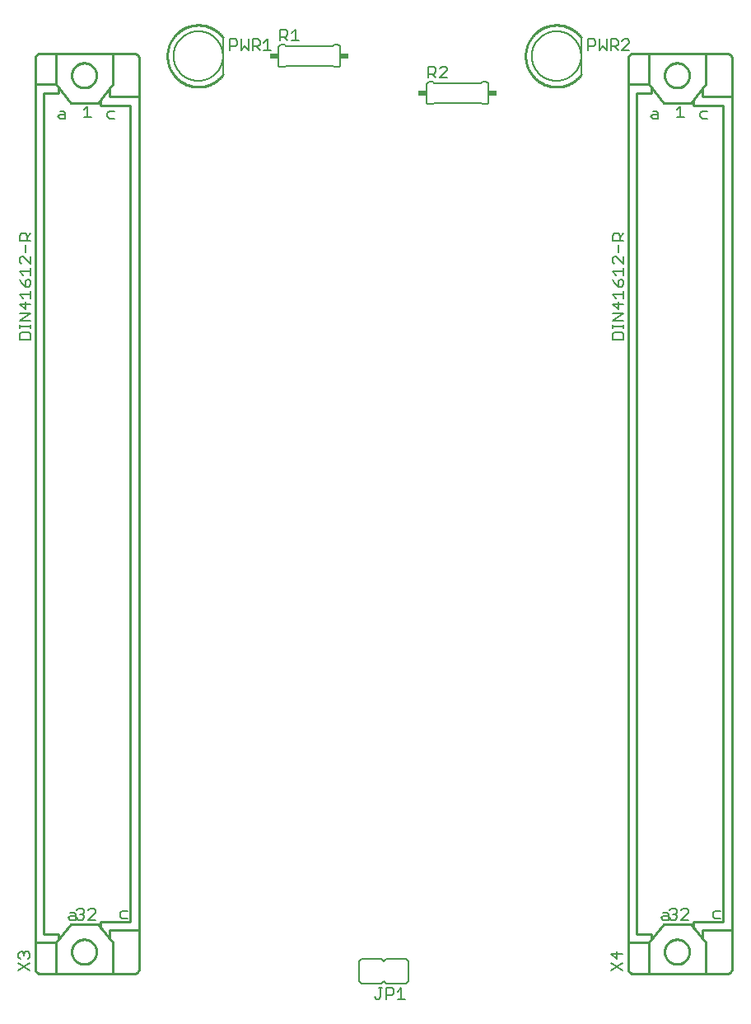
<source format=gbr>
G04 EAGLE Gerber RS-274X export*
G75*
%MOMM*%
%FSLAX34Y34*%
%LPD*%
%INSilkscreen Top*%
%IPPOS*%
%AMOC8*
5,1,8,0,0,1.08239X$1,22.5*%
G01*
%ADD10C,0.254000*%
%ADD11C,0.127000*%
%ADD12C,0.203200*%
%ADD13C,0.152400*%
%ADD14R,0.863600X0.609600*%


D10*
X31750Y139700D02*
X46990Y139700D01*
X90170Y146050D02*
X90170Y152400D01*
X120650Y152400D01*
X120650Y990600D02*
X90170Y990600D01*
X90170Y995680D01*
X102870Y1012190D02*
X102870Y1043940D01*
X44450Y1043940D01*
X44450Y1012190D01*
X59690Y993140D01*
X46990Y1003300D02*
X31750Y1003300D01*
X44450Y130810D02*
X44450Y99060D01*
X102870Y99060D01*
X44450Y130810D02*
X59690Y149860D01*
X102870Y130810D02*
X102870Y99060D01*
X124460Y99060D01*
X31750Y139700D02*
X31750Y1003300D01*
X120650Y990600D02*
X120650Y152400D01*
X44450Y1043940D02*
X27940Y1043940D01*
X102870Y1043940D02*
X124460Y1043940D01*
X27940Y1043940D02*
X27800Y1043938D01*
X27660Y1043932D01*
X27520Y1043923D01*
X27381Y1043909D01*
X27242Y1043892D01*
X27104Y1043871D01*
X26966Y1043846D01*
X26829Y1043817D01*
X26693Y1043785D01*
X26558Y1043748D01*
X26424Y1043708D01*
X26291Y1043665D01*
X26159Y1043617D01*
X26028Y1043567D01*
X25899Y1043512D01*
X25772Y1043454D01*
X25646Y1043393D01*
X25522Y1043328D01*
X25400Y1043259D01*
X25280Y1043188D01*
X25162Y1043113D01*
X25045Y1043035D01*
X24931Y1042953D01*
X24820Y1042869D01*
X24711Y1042781D01*
X24604Y1042691D01*
X24499Y1042597D01*
X24398Y1042501D01*
X24299Y1042402D01*
X24203Y1042301D01*
X24109Y1042196D01*
X24019Y1042089D01*
X23931Y1041980D01*
X23847Y1041869D01*
X23765Y1041755D01*
X23687Y1041638D01*
X23612Y1041520D01*
X23541Y1041400D01*
X23472Y1041278D01*
X23407Y1041154D01*
X23346Y1041028D01*
X23288Y1040901D01*
X23233Y1040772D01*
X23183Y1040641D01*
X23135Y1040509D01*
X23092Y1040376D01*
X23052Y1040242D01*
X23015Y1040107D01*
X22983Y1039971D01*
X22954Y1039834D01*
X22929Y1039696D01*
X22908Y1039558D01*
X22891Y1039419D01*
X22877Y1039280D01*
X22868Y1039140D01*
X22862Y1039000D01*
X22860Y1038860D01*
X124460Y1043940D02*
X124600Y1043938D01*
X124740Y1043932D01*
X124880Y1043923D01*
X125019Y1043909D01*
X125158Y1043892D01*
X125296Y1043871D01*
X125434Y1043846D01*
X125571Y1043817D01*
X125707Y1043785D01*
X125842Y1043748D01*
X125976Y1043708D01*
X126109Y1043665D01*
X126241Y1043617D01*
X126372Y1043567D01*
X126501Y1043512D01*
X126628Y1043454D01*
X126754Y1043393D01*
X126878Y1043328D01*
X127000Y1043259D01*
X127120Y1043188D01*
X127238Y1043113D01*
X127355Y1043035D01*
X127469Y1042953D01*
X127580Y1042869D01*
X127689Y1042781D01*
X127796Y1042691D01*
X127901Y1042597D01*
X128002Y1042501D01*
X128101Y1042402D01*
X128197Y1042301D01*
X128291Y1042196D01*
X128381Y1042089D01*
X128469Y1041980D01*
X128553Y1041869D01*
X128635Y1041755D01*
X128713Y1041638D01*
X128788Y1041520D01*
X128859Y1041400D01*
X128928Y1041278D01*
X128993Y1041154D01*
X129054Y1041028D01*
X129112Y1040901D01*
X129167Y1040772D01*
X129217Y1040641D01*
X129265Y1040509D01*
X129308Y1040376D01*
X129348Y1040242D01*
X129385Y1040107D01*
X129417Y1039971D01*
X129446Y1039834D01*
X129471Y1039696D01*
X129492Y1039558D01*
X129509Y1039419D01*
X129523Y1039280D01*
X129532Y1039140D01*
X129538Y1039000D01*
X129540Y1038860D01*
X44450Y99060D02*
X27940Y99060D01*
X22860Y104140D02*
X22860Y130810D01*
X22860Y1012190D01*
X22860Y1038860D01*
X129540Y143510D02*
X129540Y104140D01*
X129540Y143510D02*
X129540Y999490D01*
X129540Y1038860D01*
X22860Y104140D02*
X22862Y104000D01*
X22868Y103860D01*
X22877Y103720D01*
X22891Y103581D01*
X22908Y103442D01*
X22929Y103304D01*
X22954Y103166D01*
X22983Y103029D01*
X23015Y102893D01*
X23052Y102758D01*
X23092Y102624D01*
X23135Y102491D01*
X23183Y102359D01*
X23233Y102228D01*
X23288Y102099D01*
X23346Y101972D01*
X23407Y101846D01*
X23472Y101722D01*
X23541Y101600D01*
X23612Y101480D01*
X23687Y101362D01*
X23765Y101245D01*
X23847Y101131D01*
X23931Y101020D01*
X24019Y100911D01*
X24109Y100804D01*
X24203Y100699D01*
X24299Y100598D01*
X24398Y100499D01*
X24499Y100403D01*
X24604Y100309D01*
X24711Y100219D01*
X24820Y100131D01*
X24931Y100047D01*
X25045Y99965D01*
X25162Y99887D01*
X25280Y99812D01*
X25400Y99741D01*
X25522Y99672D01*
X25646Y99607D01*
X25772Y99546D01*
X25899Y99488D01*
X26028Y99433D01*
X26159Y99383D01*
X26291Y99335D01*
X26424Y99292D01*
X26558Y99252D01*
X26693Y99215D01*
X26829Y99183D01*
X26966Y99154D01*
X27104Y99129D01*
X27242Y99108D01*
X27381Y99091D01*
X27520Y99077D01*
X27660Y99068D01*
X27800Y99062D01*
X27940Y99060D01*
X124460Y99060D02*
X124600Y99062D01*
X124740Y99068D01*
X124880Y99077D01*
X125019Y99091D01*
X125158Y99108D01*
X125296Y99129D01*
X125434Y99154D01*
X125571Y99183D01*
X125707Y99215D01*
X125842Y99252D01*
X125976Y99292D01*
X126109Y99335D01*
X126241Y99383D01*
X126372Y99433D01*
X126501Y99488D01*
X126628Y99546D01*
X126754Y99607D01*
X126878Y99672D01*
X127000Y99741D01*
X127120Y99812D01*
X127238Y99887D01*
X127355Y99965D01*
X127469Y100047D01*
X127580Y100131D01*
X127689Y100219D01*
X127796Y100309D01*
X127901Y100403D01*
X128002Y100499D01*
X128101Y100598D01*
X128197Y100699D01*
X128291Y100804D01*
X128381Y100911D01*
X128469Y101020D01*
X128553Y101131D01*
X128635Y101245D01*
X128713Y101362D01*
X128788Y101480D01*
X128859Y101600D01*
X128928Y101722D01*
X128993Y101846D01*
X129054Y101972D01*
X129112Y102099D01*
X129167Y102228D01*
X129217Y102359D01*
X129265Y102491D01*
X129308Y102624D01*
X129348Y102758D01*
X129385Y102893D01*
X129417Y103029D01*
X129446Y103166D01*
X129471Y103304D01*
X129492Y103442D01*
X129509Y103581D01*
X129523Y103720D01*
X129532Y103860D01*
X129538Y104000D01*
X129540Y104140D01*
X87630Y149860D02*
X59690Y149860D01*
X87630Y149860D02*
X90170Y146050D01*
X87630Y149860D02*
X102870Y130810D01*
X87630Y993140D02*
X59690Y993140D01*
X87630Y993140D02*
X102870Y1012190D01*
X44450Y1012190D02*
X22860Y1012190D01*
X99060Y999490D02*
X129540Y999490D01*
X46990Y1003300D02*
X46990Y1008380D01*
X99060Y1007110D02*
X99060Y999490D01*
X99060Y143510D02*
X129540Y143510D01*
X44450Y130810D02*
X22860Y130810D01*
X46990Y134620D02*
X46990Y139700D01*
X99060Y143510D02*
X99060Y135890D01*
X60452Y121501D02*
X60456Y121813D01*
X60467Y122124D01*
X60486Y122435D01*
X60513Y122746D01*
X60548Y123056D01*
X60589Y123364D01*
X60639Y123672D01*
X60696Y123979D01*
X60761Y124284D01*
X60833Y124587D01*
X60912Y124888D01*
X60999Y125188D01*
X61093Y125485D01*
X61194Y125780D01*
X61303Y126072D01*
X61419Y126361D01*
X61542Y126648D01*
X61671Y126931D01*
X61808Y127211D01*
X61952Y127488D01*
X62102Y127761D01*
X62259Y128030D01*
X62422Y128295D01*
X62592Y128557D01*
X62769Y128814D01*
X62951Y129066D01*
X63140Y129314D01*
X63335Y129558D01*
X63535Y129796D01*
X63742Y130030D01*
X63954Y130258D01*
X64172Y130481D01*
X64395Y130699D01*
X64623Y130911D01*
X64857Y131118D01*
X65095Y131318D01*
X65339Y131513D01*
X65587Y131702D01*
X65839Y131884D01*
X66096Y132061D01*
X66358Y132231D01*
X66623Y132394D01*
X66892Y132551D01*
X67165Y132701D01*
X67442Y132845D01*
X67722Y132982D01*
X68005Y133111D01*
X68292Y133234D01*
X68581Y133350D01*
X68873Y133459D01*
X69168Y133560D01*
X69465Y133654D01*
X69765Y133741D01*
X70066Y133820D01*
X70369Y133892D01*
X70674Y133957D01*
X70981Y134014D01*
X71289Y134064D01*
X71597Y134105D01*
X71907Y134140D01*
X72218Y134167D01*
X72529Y134186D01*
X72840Y134197D01*
X73152Y134201D01*
X73464Y134197D01*
X73775Y134186D01*
X74086Y134167D01*
X74397Y134140D01*
X74707Y134105D01*
X75015Y134064D01*
X75323Y134014D01*
X75630Y133957D01*
X75935Y133892D01*
X76238Y133820D01*
X76539Y133741D01*
X76839Y133654D01*
X77136Y133560D01*
X77431Y133459D01*
X77723Y133350D01*
X78012Y133234D01*
X78299Y133111D01*
X78582Y132982D01*
X78862Y132845D01*
X79139Y132701D01*
X79412Y132551D01*
X79681Y132394D01*
X79946Y132231D01*
X80208Y132061D01*
X80465Y131884D01*
X80717Y131702D01*
X80965Y131513D01*
X81209Y131318D01*
X81447Y131118D01*
X81681Y130911D01*
X81909Y130699D01*
X82132Y130481D01*
X82350Y130258D01*
X82562Y130030D01*
X82769Y129796D01*
X82969Y129558D01*
X83164Y129314D01*
X83353Y129066D01*
X83535Y128814D01*
X83712Y128557D01*
X83882Y128295D01*
X84045Y128030D01*
X84202Y127761D01*
X84352Y127488D01*
X84496Y127211D01*
X84633Y126931D01*
X84762Y126648D01*
X84885Y126361D01*
X85001Y126072D01*
X85110Y125780D01*
X85211Y125485D01*
X85305Y125188D01*
X85392Y124888D01*
X85471Y124587D01*
X85543Y124284D01*
X85608Y123979D01*
X85665Y123672D01*
X85715Y123364D01*
X85756Y123056D01*
X85791Y122746D01*
X85818Y122435D01*
X85837Y122124D01*
X85848Y121813D01*
X85852Y121501D01*
X85848Y121189D01*
X85837Y120878D01*
X85818Y120567D01*
X85791Y120256D01*
X85756Y119946D01*
X85715Y119638D01*
X85665Y119330D01*
X85608Y119023D01*
X85543Y118718D01*
X85471Y118415D01*
X85392Y118114D01*
X85305Y117814D01*
X85211Y117517D01*
X85110Y117222D01*
X85001Y116930D01*
X84885Y116641D01*
X84762Y116354D01*
X84633Y116071D01*
X84496Y115791D01*
X84352Y115514D01*
X84202Y115241D01*
X84045Y114972D01*
X83882Y114707D01*
X83712Y114445D01*
X83535Y114188D01*
X83353Y113936D01*
X83164Y113688D01*
X82969Y113444D01*
X82769Y113206D01*
X82562Y112972D01*
X82350Y112744D01*
X82132Y112521D01*
X81909Y112303D01*
X81681Y112091D01*
X81447Y111884D01*
X81209Y111684D01*
X80965Y111489D01*
X80717Y111300D01*
X80465Y111118D01*
X80208Y110941D01*
X79946Y110771D01*
X79681Y110608D01*
X79412Y110451D01*
X79139Y110301D01*
X78862Y110157D01*
X78582Y110020D01*
X78299Y109891D01*
X78012Y109768D01*
X77723Y109652D01*
X77431Y109543D01*
X77136Y109442D01*
X76839Y109348D01*
X76539Y109261D01*
X76238Y109182D01*
X75935Y109110D01*
X75630Y109045D01*
X75323Y108988D01*
X75015Y108938D01*
X74707Y108897D01*
X74397Y108862D01*
X74086Y108835D01*
X73775Y108816D01*
X73464Y108805D01*
X73152Y108801D01*
X72840Y108805D01*
X72529Y108816D01*
X72218Y108835D01*
X71907Y108862D01*
X71597Y108897D01*
X71289Y108938D01*
X70981Y108988D01*
X70674Y109045D01*
X70369Y109110D01*
X70066Y109182D01*
X69765Y109261D01*
X69465Y109348D01*
X69168Y109442D01*
X68873Y109543D01*
X68581Y109652D01*
X68292Y109768D01*
X68005Y109891D01*
X67722Y110020D01*
X67442Y110157D01*
X67165Y110301D01*
X66892Y110451D01*
X66623Y110608D01*
X66358Y110771D01*
X66096Y110941D01*
X65839Y111118D01*
X65587Y111300D01*
X65339Y111489D01*
X65095Y111684D01*
X64857Y111884D01*
X64623Y112091D01*
X64395Y112303D01*
X64172Y112521D01*
X63954Y112744D01*
X63742Y112972D01*
X63535Y113206D01*
X63335Y113444D01*
X63140Y113688D01*
X62951Y113936D01*
X62769Y114188D01*
X62592Y114445D01*
X62422Y114707D01*
X62259Y114972D01*
X62102Y115241D01*
X61952Y115514D01*
X61808Y115791D01*
X61671Y116071D01*
X61542Y116354D01*
X61419Y116641D01*
X61303Y116930D01*
X61194Y117222D01*
X61093Y117517D01*
X60999Y117814D01*
X60912Y118114D01*
X60833Y118415D01*
X60761Y118718D01*
X60696Y119023D01*
X60639Y119330D01*
X60589Y119638D01*
X60548Y119946D01*
X60513Y120256D01*
X60486Y120567D01*
X60467Y120878D01*
X60456Y121189D01*
X60452Y121501D01*
X60452Y1021499D02*
X60456Y1021811D01*
X60467Y1022122D01*
X60486Y1022433D01*
X60513Y1022744D01*
X60548Y1023054D01*
X60589Y1023362D01*
X60639Y1023670D01*
X60696Y1023977D01*
X60761Y1024282D01*
X60833Y1024585D01*
X60912Y1024886D01*
X60999Y1025186D01*
X61093Y1025483D01*
X61194Y1025778D01*
X61303Y1026070D01*
X61419Y1026359D01*
X61542Y1026646D01*
X61671Y1026929D01*
X61808Y1027209D01*
X61952Y1027486D01*
X62102Y1027759D01*
X62259Y1028028D01*
X62422Y1028293D01*
X62592Y1028555D01*
X62769Y1028812D01*
X62951Y1029064D01*
X63140Y1029312D01*
X63335Y1029556D01*
X63535Y1029794D01*
X63742Y1030028D01*
X63954Y1030256D01*
X64172Y1030479D01*
X64395Y1030697D01*
X64623Y1030909D01*
X64857Y1031116D01*
X65095Y1031316D01*
X65339Y1031511D01*
X65587Y1031700D01*
X65839Y1031882D01*
X66096Y1032059D01*
X66358Y1032229D01*
X66623Y1032392D01*
X66892Y1032549D01*
X67165Y1032699D01*
X67442Y1032843D01*
X67722Y1032980D01*
X68005Y1033109D01*
X68292Y1033232D01*
X68581Y1033348D01*
X68873Y1033457D01*
X69168Y1033558D01*
X69465Y1033652D01*
X69765Y1033739D01*
X70066Y1033818D01*
X70369Y1033890D01*
X70674Y1033955D01*
X70981Y1034012D01*
X71289Y1034062D01*
X71597Y1034103D01*
X71907Y1034138D01*
X72218Y1034165D01*
X72529Y1034184D01*
X72840Y1034195D01*
X73152Y1034199D01*
X73464Y1034195D01*
X73775Y1034184D01*
X74086Y1034165D01*
X74397Y1034138D01*
X74707Y1034103D01*
X75015Y1034062D01*
X75323Y1034012D01*
X75630Y1033955D01*
X75935Y1033890D01*
X76238Y1033818D01*
X76539Y1033739D01*
X76839Y1033652D01*
X77136Y1033558D01*
X77431Y1033457D01*
X77723Y1033348D01*
X78012Y1033232D01*
X78299Y1033109D01*
X78582Y1032980D01*
X78862Y1032843D01*
X79139Y1032699D01*
X79412Y1032549D01*
X79681Y1032392D01*
X79946Y1032229D01*
X80208Y1032059D01*
X80465Y1031882D01*
X80717Y1031700D01*
X80965Y1031511D01*
X81209Y1031316D01*
X81447Y1031116D01*
X81681Y1030909D01*
X81909Y1030697D01*
X82132Y1030479D01*
X82350Y1030256D01*
X82562Y1030028D01*
X82769Y1029794D01*
X82969Y1029556D01*
X83164Y1029312D01*
X83353Y1029064D01*
X83535Y1028812D01*
X83712Y1028555D01*
X83882Y1028293D01*
X84045Y1028028D01*
X84202Y1027759D01*
X84352Y1027486D01*
X84496Y1027209D01*
X84633Y1026929D01*
X84762Y1026646D01*
X84885Y1026359D01*
X85001Y1026070D01*
X85110Y1025778D01*
X85211Y1025483D01*
X85305Y1025186D01*
X85392Y1024886D01*
X85471Y1024585D01*
X85543Y1024282D01*
X85608Y1023977D01*
X85665Y1023670D01*
X85715Y1023362D01*
X85756Y1023054D01*
X85791Y1022744D01*
X85818Y1022433D01*
X85837Y1022122D01*
X85848Y1021811D01*
X85852Y1021499D01*
X85848Y1021187D01*
X85837Y1020876D01*
X85818Y1020565D01*
X85791Y1020254D01*
X85756Y1019944D01*
X85715Y1019636D01*
X85665Y1019328D01*
X85608Y1019021D01*
X85543Y1018716D01*
X85471Y1018413D01*
X85392Y1018112D01*
X85305Y1017812D01*
X85211Y1017515D01*
X85110Y1017220D01*
X85001Y1016928D01*
X84885Y1016639D01*
X84762Y1016352D01*
X84633Y1016069D01*
X84496Y1015789D01*
X84352Y1015512D01*
X84202Y1015239D01*
X84045Y1014970D01*
X83882Y1014705D01*
X83712Y1014443D01*
X83535Y1014186D01*
X83353Y1013934D01*
X83164Y1013686D01*
X82969Y1013442D01*
X82769Y1013204D01*
X82562Y1012970D01*
X82350Y1012742D01*
X82132Y1012519D01*
X81909Y1012301D01*
X81681Y1012089D01*
X81447Y1011882D01*
X81209Y1011682D01*
X80965Y1011487D01*
X80717Y1011298D01*
X80465Y1011116D01*
X80208Y1010939D01*
X79946Y1010769D01*
X79681Y1010606D01*
X79412Y1010449D01*
X79139Y1010299D01*
X78862Y1010155D01*
X78582Y1010018D01*
X78299Y1009889D01*
X78012Y1009766D01*
X77723Y1009650D01*
X77431Y1009541D01*
X77136Y1009440D01*
X76839Y1009346D01*
X76539Y1009259D01*
X76238Y1009180D01*
X75935Y1009108D01*
X75630Y1009043D01*
X75323Y1008986D01*
X75015Y1008936D01*
X74707Y1008895D01*
X74397Y1008860D01*
X74086Y1008833D01*
X73775Y1008814D01*
X73464Y1008803D01*
X73152Y1008799D01*
X72840Y1008803D01*
X72529Y1008814D01*
X72218Y1008833D01*
X71907Y1008860D01*
X71597Y1008895D01*
X71289Y1008936D01*
X70981Y1008986D01*
X70674Y1009043D01*
X70369Y1009108D01*
X70066Y1009180D01*
X69765Y1009259D01*
X69465Y1009346D01*
X69168Y1009440D01*
X68873Y1009541D01*
X68581Y1009650D01*
X68292Y1009766D01*
X68005Y1009889D01*
X67722Y1010018D01*
X67442Y1010155D01*
X67165Y1010299D01*
X66892Y1010449D01*
X66623Y1010606D01*
X66358Y1010769D01*
X66096Y1010939D01*
X65839Y1011116D01*
X65587Y1011298D01*
X65339Y1011487D01*
X65095Y1011682D01*
X64857Y1011882D01*
X64623Y1012089D01*
X64395Y1012301D01*
X64172Y1012519D01*
X63954Y1012742D01*
X63742Y1012970D01*
X63535Y1013204D01*
X63335Y1013442D01*
X63140Y1013686D01*
X62951Y1013934D01*
X62769Y1014186D01*
X62592Y1014443D01*
X62422Y1014705D01*
X62259Y1014970D01*
X62102Y1015239D01*
X61952Y1015512D01*
X61808Y1015789D01*
X61671Y1016069D01*
X61542Y1016352D01*
X61419Y1016639D01*
X61303Y1016928D01*
X61194Y1017220D01*
X61093Y1017515D01*
X60999Y1017812D01*
X60912Y1018112D01*
X60833Y1018413D01*
X60761Y1018716D01*
X60696Y1019021D01*
X60639Y1019328D01*
X60589Y1019636D01*
X60548Y1019944D01*
X60513Y1020254D01*
X60486Y1020565D01*
X60467Y1020876D01*
X60456Y1021187D01*
X60452Y1021499D01*
D11*
X67312Y165745D02*
X65405Y163838D01*
X67312Y165745D02*
X71125Y165745D01*
X73032Y163838D01*
X73032Y161932D01*
X71125Y160025D01*
X69218Y160025D01*
X71125Y160025D02*
X73032Y158118D01*
X73032Y156212D01*
X71125Y154305D01*
X67312Y154305D01*
X65405Y156212D01*
X77099Y154305D02*
X84725Y154305D01*
X77099Y154305D02*
X84725Y161932D01*
X84725Y163838D01*
X82819Y165745D01*
X79006Y165745D01*
X77099Y163838D01*
X62499Y161932D02*
X58686Y161932D01*
X62499Y161932D02*
X64405Y160025D01*
X64405Y154305D01*
X58686Y154305D01*
X56779Y156212D01*
X58686Y158118D01*
X64405Y158118D01*
X112026Y163202D02*
X117745Y163202D01*
X112026Y163202D02*
X110119Y161295D01*
X110119Y157482D01*
X112026Y155575D01*
X117745Y155575D01*
X73025Y986162D02*
X76838Y989975D01*
X76838Y978535D01*
X73025Y978535D02*
X80652Y978535D01*
X52075Y984892D02*
X48262Y984892D01*
X52075Y984892D02*
X53982Y982985D01*
X53982Y977265D01*
X48262Y977265D01*
X46355Y979172D01*
X48262Y981078D01*
X53982Y981078D01*
X99062Y984892D02*
X104782Y984892D01*
X99062Y984892D02*
X97155Y982985D01*
X97155Y979172D01*
X99062Y977265D01*
X104782Y977265D01*
X18415Y749935D02*
X6975Y749935D01*
X18415Y749935D02*
X18415Y755655D01*
X16508Y757562D01*
X8882Y757562D01*
X6975Y755655D01*
X6975Y749935D01*
X18415Y761629D02*
X18415Y765442D01*
X18415Y763536D02*
X6975Y763536D01*
X6975Y765442D02*
X6975Y761629D01*
X6975Y769425D02*
X18415Y769425D01*
X18415Y777051D02*
X6975Y769425D01*
X6975Y777051D02*
X18415Y777051D01*
X18415Y786839D02*
X6975Y786839D01*
X12695Y781119D01*
X12695Y788745D01*
X10789Y792813D02*
X6975Y796626D01*
X18415Y796626D01*
X18415Y792813D02*
X18415Y800439D01*
X8882Y808320D02*
X6975Y812133D01*
X8882Y808320D02*
X12695Y804507D01*
X16508Y804507D01*
X18415Y806413D01*
X18415Y810227D01*
X16508Y812133D01*
X14602Y812133D01*
X12695Y810227D01*
X12695Y804507D01*
X10789Y816201D02*
X6975Y820014D01*
X18415Y820014D01*
X18415Y816201D02*
X18415Y823827D01*
X18415Y827895D02*
X18415Y835521D01*
X18415Y827895D02*
X10789Y835521D01*
X8882Y835521D01*
X6975Y833615D01*
X6975Y829801D01*
X8882Y827895D01*
X12695Y839589D02*
X12695Y847215D01*
X18415Y851283D02*
X6975Y851283D01*
X6975Y857003D01*
X8882Y858909D01*
X12695Y858909D01*
X14602Y857003D01*
X14602Y851283D01*
X14602Y855096D02*
X18415Y858909D01*
X17145Y109862D02*
X5705Y102235D01*
X5705Y109862D02*
X17145Y102235D01*
X7612Y113929D02*
X5705Y115836D01*
X5705Y119649D01*
X7612Y121555D01*
X9519Y121555D01*
X11425Y119649D01*
X11425Y117742D01*
X11425Y119649D02*
X13332Y121555D01*
X15238Y121555D01*
X17145Y119649D01*
X17145Y115836D01*
X15238Y113929D01*
D10*
X641350Y139700D02*
X656590Y139700D01*
X699770Y146050D02*
X699770Y152400D01*
X730250Y152400D01*
X730250Y990600D02*
X699770Y990600D01*
X699770Y995680D01*
X712470Y1012190D02*
X712470Y1043940D01*
X654050Y1043940D01*
X654050Y1012190D01*
X669290Y993140D01*
X656590Y1003300D02*
X641350Y1003300D01*
X654050Y130810D02*
X654050Y99060D01*
X712470Y99060D01*
X654050Y130810D02*
X669290Y149860D01*
X712470Y130810D02*
X712470Y99060D01*
X734060Y99060D01*
X641350Y139700D02*
X641350Y1003300D01*
X730250Y990600D02*
X730250Y152400D01*
X654050Y1043940D02*
X637540Y1043940D01*
X712470Y1043940D02*
X734060Y1043940D01*
X637540Y1043940D02*
X637400Y1043938D01*
X637260Y1043932D01*
X637120Y1043923D01*
X636981Y1043909D01*
X636842Y1043892D01*
X636704Y1043871D01*
X636566Y1043846D01*
X636429Y1043817D01*
X636293Y1043785D01*
X636158Y1043748D01*
X636024Y1043708D01*
X635891Y1043665D01*
X635759Y1043617D01*
X635628Y1043567D01*
X635499Y1043512D01*
X635372Y1043454D01*
X635246Y1043393D01*
X635122Y1043328D01*
X635000Y1043259D01*
X634880Y1043188D01*
X634762Y1043113D01*
X634645Y1043035D01*
X634531Y1042953D01*
X634420Y1042869D01*
X634311Y1042781D01*
X634204Y1042691D01*
X634099Y1042597D01*
X633998Y1042501D01*
X633899Y1042402D01*
X633803Y1042301D01*
X633709Y1042196D01*
X633619Y1042089D01*
X633531Y1041980D01*
X633447Y1041869D01*
X633365Y1041755D01*
X633287Y1041638D01*
X633212Y1041520D01*
X633141Y1041400D01*
X633072Y1041278D01*
X633007Y1041154D01*
X632946Y1041028D01*
X632888Y1040901D01*
X632833Y1040772D01*
X632783Y1040641D01*
X632735Y1040509D01*
X632692Y1040376D01*
X632652Y1040242D01*
X632615Y1040107D01*
X632583Y1039971D01*
X632554Y1039834D01*
X632529Y1039696D01*
X632508Y1039558D01*
X632491Y1039419D01*
X632477Y1039280D01*
X632468Y1039140D01*
X632462Y1039000D01*
X632460Y1038860D01*
X734060Y1043940D02*
X734200Y1043938D01*
X734340Y1043932D01*
X734480Y1043923D01*
X734619Y1043909D01*
X734758Y1043892D01*
X734896Y1043871D01*
X735034Y1043846D01*
X735171Y1043817D01*
X735307Y1043785D01*
X735442Y1043748D01*
X735576Y1043708D01*
X735709Y1043665D01*
X735841Y1043617D01*
X735972Y1043567D01*
X736101Y1043512D01*
X736228Y1043454D01*
X736354Y1043393D01*
X736478Y1043328D01*
X736600Y1043259D01*
X736720Y1043188D01*
X736838Y1043113D01*
X736955Y1043035D01*
X737069Y1042953D01*
X737180Y1042869D01*
X737289Y1042781D01*
X737396Y1042691D01*
X737501Y1042597D01*
X737602Y1042501D01*
X737701Y1042402D01*
X737797Y1042301D01*
X737891Y1042196D01*
X737981Y1042089D01*
X738069Y1041980D01*
X738153Y1041869D01*
X738235Y1041755D01*
X738313Y1041638D01*
X738388Y1041520D01*
X738459Y1041400D01*
X738528Y1041278D01*
X738593Y1041154D01*
X738654Y1041028D01*
X738712Y1040901D01*
X738767Y1040772D01*
X738817Y1040641D01*
X738865Y1040509D01*
X738908Y1040376D01*
X738948Y1040242D01*
X738985Y1040107D01*
X739017Y1039971D01*
X739046Y1039834D01*
X739071Y1039696D01*
X739092Y1039558D01*
X739109Y1039419D01*
X739123Y1039280D01*
X739132Y1039140D01*
X739138Y1039000D01*
X739140Y1038860D01*
X654050Y99060D02*
X637540Y99060D01*
X632460Y104140D02*
X632460Y130810D01*
X632460Y1012190D01*
X632460Y1038860D01*
X739140Y143510D02*
X739140Y104140D01*
X739140Y143510D02*
X739140Y999490D01*
X739140Y1038860D01*
X632460Y104140D02*
X632462Y104000D01*
X632468Y103860D01*
X632477Y103720D01*
X632491Y103581D01*
X632508Y103442D01*
X632529Y103304D01*
X632554Y103166D01*
X632583Y103029D01*
X632615Y102893D01*
X632652Y102758D01*
X632692Y102624D01*
X632735Y102491D01*
X632783Y102359D01*
X632833Y102228D01*
X632888Y102099D01*
X632946Y101972D01*
X633007Y101846D01*
X633072Y101722D01*
X633141Y101600D01*
X633212Y101480D01*
X633287Y101362D01*
X633365Y101245D01*
X633447Y101131D01*
X633531Y101020D01*
X633619Y100911D01*
X633709Y100804D01*
X633803Y100699D01*
X633899Y100598D01*
X633998Y100499D01*
X634099Y100403D01*
X634204Y100309D01*
X634311Y100219D01*
X634420Y100131D01*
X634531Y100047D01*
X634645Y99965D01*
X634762Y99887D01*
X634880Y99812D01*
X635000Y99741D01*
X635122Y99672D01*
X635246Y99607D01*
X635372Y99546D01*
X635499Y99488D01*
X635628Y99433D01*
X635759Y99383D01*
X635891Y99335D01*
X636024Y99292D01*
X636158Y99252D01*
X636293Y99215D01*
X636429Y99183D01*
X636566Y99154D01*
X636704Y99129D01*
X636842Y99108D01*
X636981Y99091D01*
X637120Y99077D01*
X637260Y99068D01*
X637400Y99062D01*
X637540Y99060D01*
X734060Y99060D02*
X734200Y99062D01*
X734340Y99068D01*
X734480Y99077D01*
X734619Y99091D01*
X734758Y99108D01*
X734896Y99129D01*
X735034Y99154D01*
X735171Y99183D01*
X735307Y99215D01*
X735442Y99252D01*
X735576Y99292D01*
X735709Y99335D01*
X735841Y99383D01*
X735972Y99433D01*
X736101Y99488D01*
X736228Y99546D01*
X736354Y99607D01*
X736478Y99672D01*
X736600Y99741D01*
X736720Y99812D01*
X736838Y99887D01*
X736955Y99965D01*
X737069Y100047D01*
X737180Y100131D01*
X737289Y100219D01*
X737396Y100309D01*
X737501Y100403D01*
X737602Y100499D01*
X737701Y100598D01*
X737797Y100699D01*
X737891Y100804D01*
X737981Y100911D01*
X738069Y101020D01*
X738153Y101131D01*
X738235Y101245D01*
X738313Y101362D01*
X738388Y101480D01*
X738459Y101600D01*
X738528Y101722D01*
X738593Y101846D01*
X738654Y101972D01*
X738712Y102099D01*
X738767Y102228D01*
X738817Y102359D01*
X738865Y102491D01*
X738908Y102624D01*
X738948Y102758D01*
X738985Y102893D01*
X739017Y103029D01*
X739046Y103166D01*
X739071Y103304D01*
X739092Y103442D01*
X739109Y103581D01*
X739123Y103720D01*
X739132Y103860D01*
X739138Y104000D01*
X739140Y104140D01*
X697230Y149860D02*
X669290Y149860D01*
X697230Y149860D02*
X699770Y146050D01*
X697230Y149860D02*
X712470Y130810D01*
X697230Y993140D02*
X669290Y993140D01*
X697230Y993140D02*
X712470Y1012190D01*
X654050Y1012190D02*
X632460Y1012190D01*
X708660Y999490D02*
X739140Y999490D01*
X656590Y1003300D02*
X656590Y1008380D01*
X708660Y1007110D02*
X708660Y999490D01*
X708660Y143510D02*
X739140Y143510D01*
X654050Y130810D02*
X632460Y130810D01*
X656590Y134620D02*
X656590Y139700D01*
X708660Y143510D02*
X708660Y135890D01*
X670052Y121501D02*
X670056Y121813D01*
X670067Y122124D01*
X670086Y122435D01*
X670113Y122746D01*
X670148Y123056D01*
X670189Y123364D01*
X670239Y123672D01*
X670296Y123979D01*
X670361Y124284D01*
X670433Y124587D01*
X670512Y124888D01*
X670599Y125188D01*
X670693Y125485D01*
X670794Y125780D01*
X670903Y126072D01*
X671019Y126361D01*
X671142Y126648D01*
X671271Y126931D01*
X671408Y127211D01*
X671552Y127488D01*
X671702Y127761D01*
X671859Y128030D01*
X672022Y128295D01*
X672192Y128557D01*
X672369Y128814D01*
X672551Y129066D01*
X672740Y129314D01*
X672935Y129558D01*
X673135Y129796D01*
X673342Y130030D01*
X673554Y130258D01*
X673772Y130481D01*
X673995Y130699D01*
X674223Y130911D01*
X674457Y131118D01*
X674695Y131318D01*
X674939Y131513D01*
X675187Y131702D01*
X675439Y131884D01*
X675696Y132061D01*
X675958Y132231D01*
X676223Y132394D01*
X676492Y132551D01*
X676765Y132701D01*
X677042Y132845D01*
X677322Y132982D01*
X677605Y133111D01*
X677892Y133234D01*
X678181Y133350D01*
X678473Y133459D01*
X678768Y133560D01*
X679065Y133654D01*
X679365Y133741D01*
X679666Y133820D01*
X679969Y133892D01*
X680274Y133957D01*
X680581Y134014D01*
X680889Y134064D01*
X681197Y134105D01*
X681507Y134140D01*
X681818Y134167D01*
X682129Y134186D01*
X682440Y134197D01*
X682752Y134201D01*
X683064Y134197D01*
X683375Y134186D01*
X683686Y134167D01*
X683997Y134140D01*
X684307Y134105D01*
X684615Y134064D01*
X684923Y134014D01*
X685230Y133957D01*
X685535Y133892D01*
X685838Y133820D01*
X686139Y133741D01*
X686439Y133654D01*
X686736Y133560D01*
X687031Y133459D01*
X687323Y133350D01*
X687612Y133234D01*
X687899Y133111D01*
X688182Y132982D01*
X688462Y132845D01*
X688739Y132701D01*
X689012Y132551D01*
X689281Y132394D01*
X689546Y132231D01*
X689808Y132061D01*
X690065Y131884D01*
X690317Y131702D01*
X690565Y131513D01*
X690809Y131318D01*
X691047Y131118D01*
X691281Y130911D01*
X691509Y130699D01*
X691732Y130481D01*
X691950Y130258D01*
X692162Y130030D01*
X692369Y129796D01*
X692569Y129558D01*
X692764Y129314D01*
X692953Y129066D01*
X693135Y128814D01*
X693312Y128557D01*
X693482Y128295D01*
X693645Y128030D01*
X693802Y127761D01*
X693952Y127488D01*
X694096Y127211D01*
X694233Y126931D01*
X694362Y126648D01*
X694485Y126361D01*
X694601Y126072D01*
X694710Y125780D01*
X694811Y125485D01*
X694905Y125188D01*
X694992Y124888D01*
X695071Y124587D01*
X695143Y124284D01*
X695208Y123979D01*
X695265Y123672D01*
X695315Y123364D01*
X695356Y123056D01*
X695391Y122746D01*
X695418Y122435D01*
X695437Y122124D01*
X695448Y121813D01*
X695452Y121501D01*
X695448Y121189D01*
X695437Y120878D01*
X695418Y120567D01*
X695391Y120256D01*
X695356Y119946D01*
X695315Y119638D01*
X695265Y119330D01*
X695208Y119023D01*
X695143Y118718D01*
X695071Y118415D01*
X694992Y118114D01*
X694905Y117814D01*
X694811Y117517D01*
X694710Y117222D01*
X694601Y116930D01*
X694485Y116641D01*
X694362Y116354D01*
X694233Y116071D01*
X694096Y115791D01*
X693952Y115514D01*
X693802Y115241D01*
X693645Y114972D01*
X693482Y114707D01*
X693312Y114445D01*
X693135Y114188D01*
X692953Y113936D01*
X692764Y113688D01*
X692569Y113444D01*
X692369Y113206D01*
X692162Y112972D01*
X691950Y112744D01*
X691732Y112521D01*
X691509Y112303D01*
X691281Y112091D01*
X691047Y111884D01*
X690809Y111684D01*
X690565Y111489D01*
X690317Y111300D01*
X690065Y111118D01*
X689808Y110941D01*
X689546Y110771D01*
X689281Y110608D01*
X689012Y110451D01*
X688739Y110301D01*
X688462Y110157D01*
X688182Y110020D01*
X687899Y109891D01*
X687612Y109768D01*
X687323Y109652D01*
X687031Y109543D01*
X686736Y109442D01*
X686439Y109348D01*
X686139Y109261D01*
X685838Y109182D01*
X685535Y109110D01*
X685230Y109045D01*
X684923Y108988D01*
X684615Y108938D01*
X684307Y108897D01*
X683997Y108862D01*
X683686Y108835D01*
X683375Y108816D01*
X683064Y108805D01*
X682752Y108801D01*
X682440Y108805D01*
X682129Y108816D01*
X681818Y108835D01*
X681507Y108862D01*
X681197Y108897D01*
X680889Y108938D01*
X680581Y108988D01*
X680274Y109045D01*
X679969Y109110D01*
X679666Y109182D01*
X679365Y109261D01*
X679065Y109348D01*
X678768Y109442D01*
X678473Y109543D01*
X678181Y109652D01*
X677892Y109768D01*
X677605Y109891D01*
X677322Y110020D01*
X677042Y110157D01*
X676765Y110301D01*
X676492Y110451D01*
X676223Y110608D01*
X675958Y110771D01*
X675696Y110941D01*
X675439Y111118D01*
X675187Y111300D01*
X674939Y111489D01*
X674695Y111684D01*
X674457Y111884D01*
X674223Y112091D01*
X673995Y112303D01*
X673772Y112521D01*
X673554Y112744D01*
X673342Y112972D01*
X673135Y113206D01*
X672935Y113444D01*
X672740Y113688D01*
X672551Y113936D01*
X672369Y114188D01*
X672192Y114445D01*
X672022Y114707D01*
X671859Y114972D01*
X671702Y115241D01*
X671552Y115514D01*
X671408Y115791D01*
X671271Y116071D01*
X671142Y116354D01*
X671019Y116641D01*
X670903Y116930D01*
X670794Y117222D01*
X670693Y117517D01*
X670599Y117814D01*
X670512Y118114D01*
X670433Y118415D01*
X670361Y118718D01*
X670296Y119023D01*
X670239Y119330D01*
X670189Y119638D01*
X670148Y119946D01*
X670113Y120256D01*
X670086Y120567D01*
X670067Y120878D01*
X670056Y121189D01*
X670052Y121501D01*
X670052Y1021499D02*
X670056Y1021811D01*
X670067Y1022122D01*
X670086Y1022433D01*
X670113Y1022744D01*
X670148Y1023054D01*
X670189Y1023362D01*
X670239Y1023670D01*
X670296Y1023977D01*
X670361Y1024282D01*
X670433Y1024585D01*
X670512Y1024886D01*
X670599Y1025186D01*
X670693Y1025483D01*
X670794Y1025778D01*
X670903Y1026070D01*
X671019Y1026359D01*
X671142Y1026646D01*
X671271Y1026929D01*
X671408Y1027209D01*
X671552Y1027486D01*
X671702Y1027759D01*
X671859Y1028028D01*
X672022Y1028293D01*
X672192Y1028555D01*
X672369Y1028812D01*
X672551Y1029064D01*
X672740Y1029312D01*
X672935Y1029556D01*
X673135Y1029794D01*
X673342Y1030028D01*
X673554Y1030256D01*
X673772Y1030479D01*
X673995Y1030697D01*
X674223Y1030909D01*
X674457Y1031116D01*
X674695Y1031316D01*
X674939Y1031511D01*
X675187Y1031700D01*
X675439Y1031882D01*
X675696Y1032059D01*
X675958Y1032229D01*
X676223Y1032392D01*
X676492Y1032549D01*
X676765Y1032699D01*
X677042Y1032843D01*
X677322Y1032980D01*
X677605Y1033109D01*
X677892Y1033232D01*
X678181Y1033348D01*
X678473Y1033457D01*
X678768Y1033558D01*
X679065Y1033652D01*
X679365Y1033739D01*
X679666Y1033818D01*
X679969Y1033890D01*
X680274Y1033955D01*
X680581Y1034012D01*
X680889Y1034062D01*
X681197Y1034103D01*
X681507Y1034138D01*
X681818Y1034165D01*
X682129Y1034184D01*
X682440Y1034195D01*
X682752Y1034199D01*
X683064Y1034195D01*
X683375Y1034184D01*
X683686Y1034165D01*
X683997Y1034138D01*
X684307Y1034103D01*
X684615Y1034062D01*
X684923Y1034012D01*
X685230Y1033955D01*
X685535Y1033890D01*
X685838Y1033818D01*
X686139Y1033739D01*
X686439Y1033652D01*
X686736Y1033558D01*
X687031Y1033457D01*
X687323Y1033348D01*
X687612Y1033232D01*
X687899Y1033109D01*
X688182Y1032980D01*
X688462Y1032843D01*
X688739Y1032699D01*
X689012Y1032549D01*
X689281Y1032392D01*
X689546Y1032229D01*
X689808Y1032059D01*
X690065Y1031882D01*
X690317Y1031700D01*
X690565Y1031511D01*
X690809Y1031316D01*
X691047Y1031116D01*
X691281Y1030909D01*
X691509Y1030697D01*
X691732Y1030479D01*
X691950Y1030256D01*
X692162Y1030028D01*
X692369Y1029794D01*
X692569Y1029556D01*
X692764Y1029312D01*
X692953Y1029064D01*
X693135Y1028812D01*
X693312Y1028555D01*
X693482Y1028293D01*
X693645Y1028028D01*
X693802Y1027759D01*
X693952Y1027486D01*
X694096Y1027209D01*
X694233Y1026929D01*
X694362Y1026646D01*
X694485Y1026359D01*
X694601Y1026070D01*
X694710Y1025778D01*
X694811Y1025483D01*
X694905Y1025186D01*
X694992Y1024886D01*
X695071Y1024585D01*
X695143Y1024282D01*
X695208Y1023977D01*
X695265Y1023670D01*
X695315Y1023362D01*
X695356Y1023054D01*
X695391Y1022744D01*
X695418Y1022433D01*
X695437Y1022122D01*
X695448Y1021811D01*
X695452Y1021499D01*
X695448Y1021187D01*
X695437Y1020876D01*
X695418Y1020565D01*
X695391Y1020254D01*
X695356Y1019944D01*
X695315Y1019636D01*
X695265Y1019328D01*
X695208Y1019021D01*
X695143Y1018716D01*
X695071Y1018413D01*
X694992Y1018112D01*
X694905Y1017812D01*
X694811Y1017515D01*
X694710Y1017220D01*
X694601Y1016928D01*
X694485Y1016639D01*
X694362Y1016352D01*
X694233Y1016069D01*
X694096Y1015789D01*
X693952Y1015512D01*
X693802Y1015239D01*
X693645Y1014970D01*
X693482Y1014705D01*
X693312Y1014443D01*
X693135Y1014186D01*
X692953Y1013934D01*
X692764Y1013686D01*
X692569Y1013442D01*
X692369Y1013204D01*
X692162Y1012970D01*
X691950Y1012742D01*
X691732Y1012519D01*
X691509Y1012301D01*
X691281Y1012089D01*
X691047Y1011882D01*
X690809Y1011682D01*
X690565Y1011487D01*
X690317Y1011298D01*
X690065Y1011116D01*
X689808Y1010939D01*
X689546Y1010769D01*
X689281Y1010606D01*
X689012Y1010449D01*
X688739Y1010299D01*
X688462Y1010155D01*
X688182Y1010018D01*
X687899Y1009889D01*
X687612Y1009766D01*
X687323Y1009650D01*
X687031Y1009541D01*
X686736Y1009440D01*
X686439Y1009346D01*
X686139Y1009259D01*
X685838Y1009180D01*
X685535Y1009108D01*
X685230Y1009043D01*
X684923Y1008986D01*
X684615Y1008936D01*
X684307Y1008895D01*
X683997Y1008860D01*
X683686Y1008833D01*
X683375Y1008814D01*
X683064Y1008803D01*
X682752Y1008799D01*
X682440Y1008803D01*
X682129Y1008814D01*
X681818Y1008833D01*
X681507Y1008860D01*
X681197Y1008895D01*
X680889Y1008936D01*
X680581Y1008986D01*
X680274Y1009043D01*
X679969Y1009108D01*
X679666Y1009180D01*
X679365Y1009259D01*
X679065Y1009346D01*
X678768Y1009440D01*
X678473Y1009541D01*
X678181Y1009650D01*
X677892Y1009766D01*
X677605Y1009889D01*
X677322Y1010018D01*
X677042Y1010155D01*
X676765Y1010299D01*
X676492Y1010449D01*
X676223Y1010606D01*
X675958Y1010769D01*
X675696Y1010939D01*
X675439Y1011116D01*
X675187Y1011298D01*
X674939Y1011487D01*
X674695Y1011682D01*
X674457Y1011882D01*
X674223Y1012089D01*
X673995Y1012301D01*
X673772Y1012519D01*
X673554Y1012742D01*
X673342Y1012970D01*
X673135Y1013204D01*
X672935Y1013442D01*
X672740Y1013686D01*
X672551Y1013934D01*
X672369Y1014186D01*
X672192Y1014443D01*
X672022Y1014705D01*
X671859Y1014970D01*
X671702Y1015239D01*
X671552Y1015512D01*
X671408Y1015789D01*
X671271Y1016069D01*
X671142Y1016352D01*
X671019Y1016639D01*
X670903Y1016928D01*
X670794Y1017220D01*
X670693Y1017515D01*
X670599Y1017812D01*
X670512Y1018112D01*
X670433Y1018413D01*
X670361Y1018716D01*
X670296Y1019021D01*
X670239Y1019328D01*
X670189Y1019636D01*
X670148Y1019944D01*
X670113Y1020254D01*
X670086Y1020565D01*
X670067Y1020876D01*
X670056Y1021187D01*
X670052Y1021499D01*
D11*
X676912Y165745D02*
X675005Y163838D01*
X676912Y165745D02*
X680725Y165745D01*
X682632Y163838D01*
X682632Y161932D01*
X680725Y160025D01*
X678818Y160025D01*
X680725Y160025D02*
X682632Y158118D01*
X682632Y156212D01*
X680725Y154305D01*
X676912Y154305D01*
X675005Y156212D01*
X686699Y154305D02*
X694325Y154305D01*
X686699Y154305D02*
X694325Y161932D01*
X694325Y163838D01*
X692419Y165745D01*
X688606Y165745D01*
X686699Y163838D01*
X672099Y161932D02*
X668286Y161932D01*
X672099Y161932D02*
X674005Y160025D01*
X674005Y154305D01*
X668286Y154305D01*
X666379Y156212D01*
X668286Y158118D01*
X674005Y158118D01*
X721626Y163202D02*
X727345Y163202D01*
X721626Y163202D02*
X719719Y161295D01*
X719719Y157482D01*
X721626Y155575D01*
X727345Y155575D01*
X682625Y986162D02*
X686438Y989975D01*
X686438Y978535D01*
X682625Y978535D02*
X690252Y978535D01*
X661675Y984892D02*
X657862Y984892D01*
X661675Y984892D02*
X663582Y982985D01*
X663582Y977265D01*
X657862Y977265D01*
X655955Y979172D01*
X657862Y981078D01*
X663582Y981078D01*
X708662Y984892D02*
X714382Y984892D01*
X708662Y984892D02*
X706755Y982985D01*
X706755Y979172D01*
X708662Y977265D01*
X714382Y977265D01*
X628015Y749935D02*
X616575Y749935D01*
X628015Y749935D02*
X628015Y755655D01*
X626108Y757562D01*
X618482Y757562D01*
X616575Y755655D01*
X616575Y749935D01*
X628015Y761629D02*
X628015Y765442D01*
X628015Y763536D02*
X616575Y763536D01*
X616575Y765442D02*
X616575Y761629D01*
X616575Y769425D02*
X628015Y769425D01*
X628015Y777051D02*
X616575Y769425D01*
X616575Y777051D02*
X628015Y777051D01*
X628015Y786839D02*
X616575Y786839D01*
X622295Y781119D01*
X622295Y788745D01*
X620389Y792813D02*
X616575Y796626D01*
X628015Y796626D01*
X628015Y792813D02*
X628015Y800439D01*
X618482Y808320D02*
X616575Y812133D01*
X618482Y808320D02*
X622295Y804507D01*
X626108Y804507D01*
X628015Y806413D01*
X628015Y810227D01*
X626108Y812133D01*
X624202Y812133D01*
X622295Y810227D01*
X622295Y804507D01*
X620389Y816201D02*
X616575Y820014D01*
X628015Y820014D01*
X628015Y816201D02*
X628015Y823827D01*
X628015Y827895D02*
X628015Y835521D01*
X628015Y827895D02*
X620389Y835521D01*
X618482Y835521D01*
X616575Y833615D01*
X616575Y829801D01*
X618482Y827895D01*
X622295Y839589D02*
X622295Y847215D01*
X628015Y851283D02*
X616575Y851283D01*
X616575Y857003D01*
X618482Y858909D01*
X622295Y858909D01*
X624202Y857003D01*
X624202Y851283D01*
X624202Y855096D02*
X628015Y858909D01*
X626745Y109862D02*
X615305Y102235D01*
X615305Y109862D02*
X626745Y102235D01*
X626745Y119649D02*
X615305Y119649D01*
X621025Y113929D01*
X621025Y121555D01*
D12*
X215900Y1022350D02*
X215900Y1060450D01*
D10*
X215426Y1061066D01*
X214937Y1061671D01*
X214433Y1062263D01*
X213915Y1062843D01*
X213383Y1063410D01*
X212837Y1063964D01*
X212278Y1064504D01*
X211705Y1065030D01*
X211120Y1065543D01*
X210523Y1066040D01*
X209914Y1066523D01*
X209293Y1066991D01*
X208660Y1067444D01*
X208017Y1067881D01*
X207363Y1068302D01*
X206699Y1068706D01*
X206026Y1069095D01*
X205343Y1069467D01*
X204651Y1069822D01*
X203951Y1070160D01*
X203243Y1070481D01*
X202527Y1070784D01*
X201803Y1071070D01*
X201074Y1071338D01*
X200337Y1071588D01*
X199595Y1071819D01*
X198847Y1072033D01*
X198095Y1072228D01*
X197337Y1072405D01*
X196576Y1072563D01*
X195811Y1072703D01*
X195043Y1072823D01*
X194272Y1072925D01*
X193499Y1073008D01*
X192724Y1073072D01*
X191948Y1073117D01*
X191171Y1073143D01*
X190393Y1073150D01*
X189616Y1073138D01*
X188839Y1073107D01*
X188063Y1073056D01*
X187288Y1072987D01*
X186516Y1072899D01*
X185746Y1072792D01*
X184978Y1072666D01*
X184214Y1072522D01*
X183454Y1072358D01*
X182698Y1072176D01*
X181947Y1071976D01*
X181200Y1071758D01*
X180460Y1071521D01*
X179725Y1071266D01*
X178997Y1070993D01*
X178276Y1070702D01*
X177562Y1070394D01*
X176856Y1070069D01*
X176158Y1069726D01*
X175468Y1069366D01*
X174788Y1068990D01*
X174117Y1068597D01*
X173456Y1068187D01*
X172805Y1067762D01*
X172165Y1067321D01*
X171536Y1066864D01*
X170918Y1066392D01*
X170312Y1065905D01*
X169718Y1065403D01*
X169136Y1064887D01*
X168567Y1064357D01*
X168012Y1063813D01*
X167469Y1063255D01*
X166941Y1062685D01*
X166427Y1062102D01*
X165927Y1061506D01*
X165442Y1060898D01*
X164972Y1060279D01*
X164518Y1059648D01*
X164079Y1059006D01*
X163655Y1058354D01*
X163248Y1057691D01*
X162857Y1057019D01*
X162483Y1056337D01*
X162126Y1055647D01*
X161786Y1054948D01*
X161462Y1054240D01*
X161157Y1053526D01*
X160868Y1052803D01*
X160598Y1052074D01*
X160346Y1051339D01*
X160111Y1050597D01*
X159895Y1049850D01*
X159697Y1049098D01*
X159518Y1048342D01*
X159357Y1047581D01*
X159215Y1046817D01*
X159092Y1046049D01*
X158988Y1045278D01*
X158902Y1044505D01*
X158836Y1043731D01*
X158788Y1042955D01*
X158760Y1042178D01*
X158750Y1041400D01*
X158760Y1040622D01*
X158788Y1039845D01*
X158836Y1039069D01*
X158902Y1038295D01*
X158988Y1037522D01*
X159092Y1036751D01*
X159215Y1035983D01*
X159357Y1035219D01*
X159518Y1034458D01*
X159697Y1033702D01*
X159895Y1032950D01*
X160111Y1032203D01*
X160346Y1031461D01*
X160598Y1030726D01*
X160868Y1029997D01*
X161157Y1029274D01*
X161462Y1028560D01*
X161786Y1027852D01*
X162126Y1027153D01*
X162483Y1026463D01*
X162857Y1025781D01*
X163248Y1025109D01*
X163655Y1024446D01*
X164079Y1023794D01*
X164518Y1023152D01*
X164972Y1022521D01*
X165442Y1021902D01*
X165927Y1021294D01*
X166427Y1020698D01*
X166941Y1020115D01*
X167469Y1019545D01*
X168012Y1018987D01*
X168567Y1018443D01*
X169136Y1017913D01*
X169718Y1017397D01*
X170312Y1016895D01*
X170918Y1016408D01*
X171536Y1015936D01*
X172165Y1015479D01*
X172805Y1015038D01*
X173456Y1014613D01*
X174117Y1014203D01*
X174788Y1013810D01*
X175468Y1013434D01*
X176158Y1013074D01*
X176856Y1012731D01*
X177562Y1012406D01*
X178276Y1012098D01*
X178997Y1011807D01*
X179725Y1011534D01*
X180460Y1011279D01*
X181200Y1011042D01*
X181947Y1010824D01*
X182698Y1010624D01*
X183454Y1010442D01*
X184214Y1010278D01*
X184978Y1010134D01*
X185746Y1010008D01*
X186516Y1009901D01*
X187288Y1009813D01*
X188063Y1009744D01*
X188839Y1009693D01*
X189616Y1009662D01*
X190393Y1009650D01*
X191171Y1009657D01*
X191948Y1009683D01*
X192724Y1009728D01*
X193499Y1009792D01*
X194272Y1009875D01*
X195043Y1009977D01*
X195811Y1010097D01*
X196576Y1010237D01*
X197337Y1010395D01*
X198095Y1010572D01*
X198847Y1010767D01*
X199595Y1010981D01*
X200337Y1011212D01*
X201074Y1011462D01*
X201803Y1011730D01*
X202527Y1012016D01*
X203243Y1012319D01*
X203951Y1012640D01*
X204651Y1012978D01*
X205343Y1013333D01*
X206026Y1013705D01*
X206699Y1014094D01*
X207363Y1014498D01*
X208017Y1014919D01*
X208660Y1015356D01*
X209293Y1015809D01*
X209914Y1016277D01*
X210523Y1016760D01*
X211120Y1017257D01*
X211705Y1017770D01*
X212278Y1018296D01*
X212837Y1018836D01*
X213383Y1019390D01*
X213915Y1019957D01*
X214433Y1020537D01*
X214937Y1021129D01*
X215426Y1021734D01*
X215900Y1022350D01*
D13*
X165100Y1041400D02*
X165108Y1042023D01*
X165131Y1042646D01*
X165169Y1043269D01*
X165222Y1043890D01*
X165291Y1044509D01*
X165375Y1045127D01*
X165474Y1045742D01*
X165588Y1046355D01*
X165717Y1046965D01*
X165861Y1047572D01*
X166020Y1048175D01*
X166194Y1048773D01*
X166382Y1049368D01*
X166585Y1049957D01*
X166802Y1050541D01*
X167033Y1051120D01*
X167279Y1051693D01*
X167539Y1052260D01*
X167812Y1052820D01*
X168099Y1053373D01*
X168400Y1053920D01*
X168714Y1054458D01*
X169041Y1054989D01*
X169381Y1055511D01*
X169733Y1056026D01*
X170099Y1056531D01*
X170476Y1057027D01*
X170866Y1057514D01*
X171267Y1057991D01*
X171680Y1058458D01*
X172104Y1058914D01*
X172539Y1059361D01*
X172986Y1059796D01*
X173442Y1060220D01*
X173909Y1060633D01*
X174386Y1061034D01*
X174873Y1061424D01*
X175369Y1061801D01*
X175874Y1062167D01*
X176389Y1062519D01*
X176911Y1062859D01*
X177442Y1063186D01*
X177980Y1063500D01*
X178527Y1063801D01*
X179080Y1064088D01*
X179640Y1064361D01*
X180207Y1064621D01*
X180780Y1064867D01*
X181359Y1065098D01*
X181943Y1065315D01*
X182532Y1065518D01*
X183127Y1065706D01*
X183725Y1065880D01*
X184328Y1066039D01*
X184935Y1066183D01*
X185545Y1066312D01*
X186158Y1066426D01*
X186773Y1066525D01*
X187391Y1066609D01*
X188010Y1066678D01*
X188631Y1066731D01*
X189254Y1066769D01*
X189877Y1066792D01*
X190500Y1066800D01*
X191123Y1066792D01*
X191746Y1066769D01*
X192369Y1066731D01*
X192990Y1066678D01*
X193609Y1066609D01*
X194227Y1066525D01*
X194842Y1066426D01*
X195455Y1066312D01*
X196065Y1066183D01*
X196672Y1066039D01*
X197275Y1065880D01*
X197873Y1065706D01*
X198468Y1065518D01*
X199057Y1065315D01*
X199641Y1065098D01*
X200220Y1064867D01*
X200793Y1064621D01*
X201360Y1064361D01*
X201920Y1064088D01*
X202473Y1063801D01*
X203020Y1063500D01*
X203558Y1063186D01*
X204089Y1062859D01*
X204611Y1062519D01*
X205126Y1062167D01*
X205631Y1061801D01*
X206127Y1061424D01*
X206614Y1061034D01*
X207091Y1060633D01*
X207558Y1060220D01*
X208014Y1059796D01*
X208461Y1059361D01*
X208896Y1058914D01*
X209320Y1058458D01*
X209733Y1057991D01*
X210134Y1057514D01*
X210524Y1057027D01*
X210901Y1056531D01*
X211267Y1056026D01*
X211619Y1055511D01*
X211959Y1054989D01*
X212286Y1054458D01*
X212600Y1053920D01*
X212901Y1053373D01*
X213188Y1052820D01*
X213461Y1052260D01*
X213721Y1051693D01*
X213967Y1051120D01*
X214198Y1050541D01*
X214415Y1049957D01*
X214618Y1049368D01*
X214806Y1048773D01*
X214980Y1048175D01*
X215139Y1047572D01*
X215283Y1046965D01*
X215412Y1046355D01*
X215526Y1045742D01*
X215625Y1045127D01*
X215709Y1044509D01*
X215778Y1043890D01*
X215831Y1043269D01*
X215869Y1042646D01*
X215892Y1042023D01*
X215900Y1041400D01*
X215892Y1040777D01*
X215869Y1040154D01*
X215831Y1039531D01*
X215778Y1038910D01*
X215709Y1038291D01*
X215625Y1037673D01*
X215526Y1037058D01*
X215412Y1036445D01*
X215283Y1035835D01*
X215139Y1035228D01*
X214980Y1034625D01*
X214806Y1034027D01*
X214618Y1033432D01*
X214415Y1032843D01*
X214198Y1032259D01*
X213967Y1031680D01*
X213721Y1031107D01*
X213461Y1030540D01*
X213188Y1029980D01*
X212901Y1029427D01*
X212600Y1028880D01*
X212286Y1028342D01*
X211959Y1027811D01*
X211619Y1027289D01*
X211267Y1026774D01*
X210901Y1026269D01*
X210524Y1025773D01*
X210134Y1025286D01*
X209733Y1024809D01*
X209320Y1024342D01*
X208896Y1023886D01*
X208461Y1023439D01*
X208014Y1023004D01*
X207558Y1022580D01*
X207091Y1022167D01*
X206614Y1021766D01*
X206127Y1021376D01*
X205631Y1020999D01*
X205126Y1020633D01*
X204611Y1020281D01*
X204089Y1019941D01*
X203558Y1019614D01*
X203020Y1019300D01*
X202473Y1018999D01*
X201920Y1018712D01*
X201360Y1018439D01*
X200793Y1018179D01*
X200220Y1017933D01*
X199641Y1017702D01*
X199057Y1017485D01*
X198468Y1017282D01*
X197873Y1017094D01*
X197275Y1016920D01*
X196672Y1016761D01*
X196065Y1016617D01*
X195455Y1016488D01*
X194842Y1016374D01*
X194227Y1016275D01*
X193609Y1016191D01*
X192990Y1016122D01*
X192369Y1016069D01*
X191746Y1016031D01*
X191123Y1016008D01*
X190500Y1016000D01*
X189877Y1016008D01*
X189254Y1016031D01*
X188631Y1016069D01*
X188010Y1016122D01*
X187391Y1016191D01*
X186773Y1016275D01*
X186158Y1016374D01*
X185545Y1016488D01*
X184935Y1016617D01*
X184328Y1016761D01*
X183725Y1016920D01*
X183127Y1017094D01*
X182532Y1017282D01*
X181943Y1017485D01*
X181359Y1017702D01*
X180780Y1017933D01*
X180207Y1018179D01*
X179640Y1018439D01*
X179080Y1018712D01*
X178527Y1018999D01*
X177980Y1019300D01*
X177442Y1019614D01*
X176911Y1019941D01*
X176389Y1020281D01*
X175874Y1020633D01*
X175369Y1020999D01*
X174873Y1021376D01*
X174386Y1021766D01*
X173909Y1022167D01*
X173442Y1022580D01*
X172986Y1023004D01*
X172539Y1023439D01*
X172104Y1023886D01*
X171680Y1024342D01*
X171267Y1024809D01*
X170866Y1025286D01*
X170476Y1025773D01*
X170099Y1026269D01*
X169733Y1026774D01*
X169381Y1027289D01*
X169041Y1027811D01*
X168714Y1028342D01*
X168400Y1028880D01*
X168099Y1029427D01*
X167812Y1029980D01*
X167539Y1030540D01*
X167279Y1031107D01*
X167033Y1031680D01*
X166802Y1032259D01*
X166585Y1032843D01*
X166382Y1033432D01*
X166194Y1034027D01*
X166020Y1034625D01*
X165861Y1035228D01*
X165717Y1035835D01*
X165588Y1036445D01*
X165474Y1037058D01*
X165375Y1037673D01*
X165291Y1038291D01*
X165222Y1038910D01*
X165169Y1039531D01*
X165131Y1040154D01*
X165108Y1040777D01*
X165100Y1041400D01*
D11*
X222885Y1047369D02*
X222885Y1058809D01*
X228605Y1058809D01*
X230512Y1056902D01*
X230512Y1053089D01*
X228605Y1051182D01*
X222885Y1051182D01*
X234579Y1047369D02*
X234579Y1058809D01*
X238392Y1051182D02*
X234579Y1047369D01*
X238392Y1051182D02*
X242205Y1047369D01*
X242205Y1058809D01*
X246273Y1058809D02*
X246273Y1047369D01*
X246273Y1058809D02*
X251993Y1058809D01*
X253899Y1056902D01*
X253899Y1053089D01*
X251993Y1051182D01*
X246273Y1051182D01*
X250086Y1051182D02*
X253899Y1047369D01*
X257967Y1054996D02*
X261780Y1058809D01*
X261780Y1047369D01*
X257967Y1047369D02*
X265593Y1047369D01*
D13*
X273050Y1050290D02*
X273052Y1050390D01*
X273058Y1050489D01*
X273068Y1050589D01*
X273081Y1050687D01*
X273099Y1050786D01*
X273120Y1050883D01*
X273145Y1050979D01*
X273174Y1051075D01*
X273207Y1051169D01*
X273243Y1051262D01*
X273283Y1051353D01*
X273327Y1051443D01*
X273374Y1051531D01*
X273424Y1051617D01*
X273478Y1051701D01*
X273535Y1051783D01*
X273595Y1051862D01*
X273659Y1051940D01*
X273725Y1052014D01*
X273794Y1052086D01*
X273866Y1052155D01*
X273940Y1052221D01*
X274018Y1052285D01*
X274097Y1052345D01*
X274179Y1052402D01*
X274263Y1052456D01*
X274349Y1052506D01*
X274437Y1052553D01*
X274527Y1052597D01*
X274618Y1052637D01*
X274711Y1052673D01*
X274805Y1052706D01*
X274901Y1052735D01*
X274997Y1052760D01*
X275094Y1052781D01*
X275193Y1052799D01*
X275291Y1052812D01*
X275391Y1052822D01*
X275490Y1052828D01*
X275590Y1052830D01*
X273050Y1032510D02*
X273052Y1032410D01*
X273058Y1032311D01*
X273068Y1032211D01*
X273081Y1032113D01*
X273099Y1032014D01*
X273120Y1031917D01*
X273145Y1031821D01*
X273174Y1031725D01*
X273207Y1031631D01*
X273243Y1031538D01*
X273283Y1031447D01*
X273327Y1031357D01*
X273374Y1031269D01*
X273424Y1031183D01*
X273478Y1031099D01*
X273535Y1031017D01*
X273595Y1030938D01*
X273659Y1030860D01*
X273725Y1030786D01*
X273794Y1030714D01*
X273866Y1030645D01*
X273940Y1030579D01*
X274018Y1030515D01*
X274097Y1030455D01*
X274179Y1030398D01*
X274263Y1030344D01*
X274349Y1030294D01*
X274437Y1030247D01*
X274527Y1030203D01*
X274618Y1030163D01*
X274711Y1030127D01*
X274805Y1030094D01*
X274901Y1030065D01*
X274997Y1030040D01*
X275094Y1030019D01*
X275193Y1030001D01*
X275291Y1029988D01*
X275391Y1029978D01*
X275490Y1029972D01*
X275590Y1029970D01*
X334010Y1029970D02*
X334110Y1029972D01*
X334209Y1029978D01*
X334309Y1029988D01*
X334407Y1030001D01*
X334506Y1030019D01*
X334603Y1030040D01*
X334699Y1030065D01*
X334795Y1030094D01*
X334889Y1030127D01*
X334982Y1030163D01*
X335073Y1030203D01*
X335163Y1030247D01*
X335251Y1030294D01*
X335337Y1030344D01*
X335421Y1030398D01*
X335503Y1030455D01*
X335582Y1030515D01*
X335660Y1030579D01*
X335734Y1030645D01*
X335806Y1030714D01*
X335875Y1030786D01*
X335941Y1030860D01*
X336005Y1030938D01*
X336065Y1031017D01*
X336122Y1031099D01*
X336176Y1031183D01*
X336226Y1031269D01*
X336273Y1031357D01*
X336317Y1031447D01*
X336357Y1031538D01*
X336393Y1031631D01*
X336426Y1031725D01*
X336455Y1031821D01*
X336480Y1031917D01*
X336501Y1032014D01*
X336519Y1032113D01*
X336532Y1032211D01*
X336542Y1032311D01*
X336548Y1032410D01*
X336550Y1032510D01*
X336550Y1050290D02*
X336548Y1050390D01*
X336542Y1050489D01*
X336532Y1050589D01*
X336519Y1050687D01*
X336501Y1050786D01*
X336480Y1050883D01*
X336455Y1050979D01*
X336426Y1051075D01*
X336393Y1051169D01*
X336357Y1051262D01*
X336317Y1051353D01*
X336273Y1051443D01*
X336226Y1051531D01*
X336176Y1051617D01*
X336122Y1051701D01*
X336065Y1051783D01*
X336005Y1051862D01*
X335941Y1051940D01*
X335875Y1052014D01*
X335806Y1052086D01*
X335734Y1052155D01*
X335660Y1052221D01*
X335582Y1052285D01*
X335503Y1052345D01*
X335421Y1052402D01*
X335337Y1052456D01*
X335251Y1052506D01*
X335163Y1052553D01*
X335073Y1052597D01*
X334982Y1052637D01*
X334889Y1052673D01*
X334795Y1052706D01*
X334699Y1052735D01*
X334603Y1052760D01*
X334506Y1052781D01*
X334407Y1052799D01*
X334309Y1052812D01*
X334209Y1052822D01*
X334110Y1052828D01*
X334010Y1052830D01*
X273050Y1050290D02*
X273050Y1032510D01*
X275590Y1052830D02*
X279400Y1052830D01*
X280670Y1051560D01*
X279400Y1029970D02*
X275590Y1029970D01*
X279400Y1029970D02*
X280670Y1031240D01*
X328930Y1051560D02*
X330200Y1052830D01*
X328930Y1051560D02*
X280670Y1051560D01*
X328930Y1031240D02*
X330200Y1029970D01*
X328930Y1031240D02*
X280670Y1031240D01*
X330200Y1052830D02*
X334010Y1052830D01*
X334010Y1029970D02*
X330200Y1029970D01*
X336550Y1032510D02*
X336550Y1050290D01*
D14*
X340868Y1041400D03*
X268732Y1041400D03*
D11*
X274955Y1057275D02*
X274955Y1068715D01*
X280675Y1068715D01*
X282582Y1066808D01*
X282582Y1062995D01*
X280675Y1061088D01*
X274955Y1061088D01*
X278768Y1061088D02*
X282582Y1057275D01*
X286649Y1064902D02*
X290462Y1068715D01*
X290462Y1057275D01*
X286649Y1057275D02*
X294275Y1057275D01*
D12*
X584200Y1060450D02*
X584200Y1022350D01*
D10*
X583726Y1021734D01*
X583237Y1021129D01*
X582733Y1020537D01*
X582215Y1019957D01*
X581683Y1019390D01*
X581137Y1018836D01*
X580578Y1018296D01*
X580005Y1017770D01*
X579420Y1017257D01*
X578823Y1016760D01*
X578214Y1016277D01*
X577593Y1015809D01*
X576960Y1015356D01*
X576317Y1014919D01*
X575663Y1014498D01*
X574999Y1014094D01*
X574326Y1013705D01*
X573643Y1013333D01*
X572951Y1012978D01*
X572251Y1012640D01*
X571543Y1012319D01*
X570827Y1012016D01*
X570103Y1011730D01*
X569374Y1011462D01*
X568637Y1011212D01*
X567895Y1010981D01*
X567147Y1010767D01*
X566395Y1010572D01*
X565637Y1010395D01*
X564876Y1010237D01*
X564111Y1010097D01*
X563343Y1009977D01*
X562572Y1009875D01*
X561799Y1009792D01*
X561024Y1009728D01*
X560248Y1009683D01*
X559471Y1009657D01*
X558693Y1009650D01*
X557916Y1009662D01*
X557139Y1009693D01*
X556363Y1009744D01*
X555588Y1009813D01*
X554816Y1009901D01*
X554046Y1010008D01*
X553278Y1010134D01*
X552514Y1010278D01*
X551754Y1010442D01*
X550998Y1010624D01*
X550247Y1010824D01*
X549500Y1011042D01*
X548760Y1011279D01*
X548025Y1011534D01*
X547297Y1011807D01*
X546576Y1012098D01*
X545862Y1012406D01*
X545156Y1012731D01*
X544458Y1013074D01*
X543768Y1013434D01*
X543088Y1013810D01*
X542417Y1014203D01*
X541756Y1014613D01*
X541105Y1015038D01*
X540465Y1015479D01*
X539836Y1015936D01*
X539218Y1016408D01*
X538612Y1016895D01*
X538018Y1017397D01*
X537436Y1017913D01*
X536867Y1018443D01*
X536312Y1018987D01*
X535769Y1019545D01*
X535241Y1020115D01*
X534727Y1020698D01*
X534227Y1021294D01*
X533742Y1021902D01*
X533272Y1022521D01*
X532818Y1023152D01*
X532379Y1023794D01*
X531955Y1024446D01*
X531548Y1025109D01*
X531157Y1025781D01*
X530783Y1026463D01*
X530426Y1027153D01*
X530086Y1027852D01*
X529762Y1028560D01*
X529457Y1029274D01*
X529168Y1029997D01*
X528898Y1030726D01*
X528646Y1031461D01*
X528411Y1032203D01*
X528195Y1032950D01*
X527997Y1033702D01*
X527818Y1034458D01*
X527657Y1035219D01*
X527515Y1035983D01*
X527392Y1036751D01*
X527288Y1037522D01*
X527202Y1038295D01*
X527136Y1039069D01*
X527088Y1039845D01*
X527060Y1040622D01*
X527050Y1041400D01*
X527060Y1042178D01*
X527088Y1042955D01*
X527136Y1043731D01*
X527202Y1044505D01*
X527288Y1045278D01*
X527392Y1046049D01*
X527515Y1046817D01*
X527657Y1047581D01*
X527818Y1048342D01*
X527997Y1049098D01*
X528195Y1049850D01*
X528411Y1050597D01*
X528646Y1051339D01*
X528898Y1052074D01*
X529168Y1052803D01*
X529457Y1053526D01*
X529762Y1054240D01*
X530086Y1054948D01*
X530426Y1055647D01*
X530783Y1056337D01*
X531157Y1057019D01*
X531548Y1057691D01*
X531955Y1058354D01*
X532379Y1059006D01*
X532818Y1059648D01*
X533272Y1060279D01*
X533742Y1060898D01*
X534227Y1061506D01*
X534727Y1062102D01*
X535241Y1062685D01*
X535769Y1063255D01*
X536312Y1063813D01*
X536867Y1064357D01*
X537436Y1064887D01*
X538018Y1065403D01*
X538612Y1065905D01*
X539218Y1066392D01*
X539836Y1066864D01*
X540465Y1067321D01*
X541105Y1067762D01*
X541756Y1068187D01*
X542417Y1068597D01*
X543088Y1068990D01*
X543768Y1069366D01*
X544458Y1069726D01*
X545156Y1070069D01*
X545862Y1070394D01*
X546576Y1070702D01*
X547297Y1070993D01*
X548025Y1071266D01*
X548760Y1071521D01*
X549500Y1071758D01*
X550247Y1071976D01*
X550998Y1072176D01*
X551754Y1072358D01*
X552514Y1072522D01*
X553278Y1072666D01*
X554046Y1072792D01*
X554816Y1072899D01*
X555588Y1072987D01*
X556363Y1073056D01*
X557139Y1073107D01*
X557916Y1073138D01*
X558693Y1073150D01*
X559471Y1073143D01*
X560248Y1073117D01*
X561024Y1073072D01*
X561799Y1073008D01*
X562572Y1072925D01*
X563343Y1072823D01*
X564111Y1072703D01*
X564876Y1072563D01*
X565637Y1072405D01*
X566395Y1072228D01*
X567147Y1072033D01*
X567895Y1071819D01*
X568637Y1071588D01*
X569374Y1071338D01*
X570103Y1071070D01*
X570827Y1070784D01*
X571543Y1070481D01*
X572251Y1070160D01*
X572951Y1069822D01*
X573643Y1069467D01*
X574326Y1069095D01*
X574999Y1068706D01*
X575663Y1068302D01*
X576317Y1067881D01*
X576960Y1067444D01*
X577593Y1066991D01*
X578214Y1066523D01*
X578823Y1066040D01*
X579420Y1065543D01*
X580005Y1065030D01*
X580578Y1064504D01*
X581137Y1063964D01*
X581683Y1063410D01*
X582215Y1062843D01*
X582733Y1062263D01*
X583237Y1061671D01*
X583726Y1061066D01*
X584200Y1060450D01*
D13*
X533400Y1041400D02*
X533408Y1042023D01*
X533431Y1042646D01*
X533469Y1043269D01*
X533522Y1043890D01*
X533591Y1044509D01*
X533675Y1045127D01*
X533774Y1045742D01*
X533888Y1046355D01*
X534017Y1046965D01*
X534161Y1047572D01*
X534320Y1048175D01*
X534494Y1048773D01*
X534682Y1049368D01*
X534885Y1049957D01*
X535102Y1050541D01*
X535333Y1051120D01*
X535579Y1051693D01*
X535839Y1052260D01*
X536112Y1052820D01*
X536399Y1053373D01*
X536700Y1053920D01*
X537014Y1054458D01*
X537341Y1054989D01*
X537681Y1055511D01*
X538033Y1056026D01*
X538399Y1056531D01*
X538776Y1057027D01*
X539166Y1057514D01*
X539567Y1057991D01*
X539980Y1058458D01*
X540404Y1058914D01*
X540839Y1059361D01*
X541286Y1059796D01*
X541742Y1060220D01*
X542209Y1060633D01*
X542686Y1061034D01*
X543173Y1061424D01*
X543669Y1061801D01*
X544174Y1062167D01*
X544689Y1062519D01*
X545211Y1062859D01*
X545742Y1063186D01*
X546280Y1063500D01*
X546827Y1063801D01*
X547380Y1064088D01*
X547940Y1064361D01*
X548507Y1064621D01*
X549080Y1064867D01*
X549659Y1065098D01*
X550243Y1065315D01*
X550832Y1065518D01*
X551427Y1065706D01*
X552025Y1065880D01*
X552628Y1066039D01*
X553235Y1066183D01*
X553845Y1066312D01*
X554458Y1066426D01*
X555073Y1066525D01*
X555691Y1066609D01*
X556310Y1066678D01*
X556931Y1066731D01*
X557554Y1066769D01*
X558177Y1066792D01*
X558800Y1066800D01*
X559423Y1066792D01*
X560046Y1066769D01*
X560669Y1066731D01*
X561290Y1066678D01*
X561909Y1066609D01*
X562527Y1066525D01*
X563142Y1066426D01*
X563755Y1066312D01*
X564365Y1066183D01*
X564972Y1066039D01*
X565575Y1065880D01*
X566173Y1065706D01*
X566768Y1065518D01*
X567357Y1065315D01*
X567941Y1065098D01*
X568520Y1064867D01*
X569093Y1064621D01*
X569660Y1064361D01*
X570220Y1064088D01*
X570773Y1063801D01*
X571320Y1063500D01*
X571858Y1063186D01*
X572389Y1062859D01*
X572911Y1062519D01*
X573426Y1062167D01*
X573931Y1061801D01*
X574427Y1061424D01*
X574914Y1061034D01*
X575391Y1060633D01*
X575858Y1060220D01*
X576314Y1059796D01*
X576761Y1059361D01*
X577196Y1058914D01*
X577620Y1058458D01*
X578033Y1057991D01*
X578434Y1057514D01*
X578824Y1057027D01*
X579201Y1056531D01*
X579567Y1056026D01*
X579919Y1055511D01*
X580259Y1054989D01*
X580586Y1054458D01*
X580900Y1053920D01*
X581201Y1053373D01*
X581488Y1052820D01*
X581761Y1052260D01*
X582021Y1051693D01*
X582267Y1051120D01*
X582498Y1050541D01*
X582715Y1049957D01*
X582918Y1049368D01*
X583106Y1048773D01*
X583280Y1048175D01*
X583439Y1047572D01*
X583583Y1046965D01*
X583712Y1046355D01*
X583826Y1045742D01*
X583925Y1045127D01*
X584009Y1044509D01*
X584078Y1043890D01*
X584131Y1043269D01*
X584169Y1042646D01*
X584192Y1042023D01*
X584200Y1041400D01*
X584192Y1040777D01*
X584169Y1040154D01*
X584131Y1039531D01*
X584078Y1038910D01*
X584009Y1038291D01*
X583925Y1037673D01*
X583826Y1037058D01*
X583712Y1036445D01*
X583583Y1035835D01*
X583439Y1035228D01*
X583280Y1034625D01*
X583106Y1034027D01*
X582918Y1033432D01*
X582715Y1032843D01*
X582498Y1032259D01*
X582267Y1031680D01*
X582021Y1031107D01*
X581761Y1030540D01*
X581488Y1029980D01*
X581201Y1029427D01*
X580900Y1028880D01*
X580586Y1028342D01*
X580259Y1027811D01*
X579919Y1027289D01*
X579567Y1026774D01*
X579201Y1026269D01*
X578824Y1025773D01*
X578434Y1025286D01*
X578033Y1024809D01*
X577620Y1024342D01*
X577196Y1023886D01*
X576761Y1023439D01*
X576314Y1023004D01*
X575858Y1022580D01*
X575391Y1022167D01*
X574914Y1021766D01*
X574427Y1021376D01*
X573931Y1020999D01*
X573426Y1020633D01*
X572911Y1020281D01*
X572389Y1019941D01*
X571858Y1019614D01*
X571320Y1019300D01*
X570773Y1018999D01*
X570220Y1018712D01*
X569660Y1018439D01*
X569093Y1018179D01*
X568520Y1017933D01*
X567941Y1017702D01*
X567357Y1017485D01*
X566768Y1017282D01*
X566173Y1017094D01*
X565575Y1016920D01*
X564972Y1016761D01*
X564365Y1016617D01*
X563755Y1016488D01*
X563142Y1016374D01*
X562527Y1016275D01*
X561909Y1016191D01*
X561290Y1016122D01*
X560669Y1016069D01*
X560046Y1016031D01*
X559423Y1016008D01*
X558800Y1016000D01*
X558177Y1016008D01*
X557554Y1016031D01*
X556931Y1016069D01*
X556310Y1016122D01*
X555691Y1016191D01*
X555073Y1016275D01*
X554458Y1016374D01*
X553845Y1016488D01*
X553235Y1016617D01*
X552628Y1016761D01*
X552025Y1016920D01*
X551427Y1017094D01*
X550832Y1017282D01*
X550243Y1017485D01*
X549659Y1017702D01*
X549080Y1017933D01*
X548507Y1018179D01*
X547940Y1018439D01*
X547380Y1018712D01*
X546827Y1018999D01*
X546280Y1019300D01*
X545742Y1019614D01*
X545211Y1019941D01*
X544689Y1020281D01*
X544174Y1020633D01*
X543669Y1020999D01*
X543173Y1021376D01*
X542686Y1021766D01*
X542209Y1022167D01*
X541742Y1022580D01*
X541286Y1023004D01*
X540839Y1023439D01*
X540404Y1023886D01*
X539980Y1024342D01*
X539567Y1024809D01*
X539166Y1025286D01*
X538776Y1025773D01*
X538399Y1026269D01*
X538033Y1026774D01*
X537681Y1027289D01*
X537341Y1027811D01*
X537014Y1028342D01*
X536700Y1028880D01*
X536399Y1029427D01*
X536112Y1029980D01*
X535839Y1030540D01*
X535579Y1031107D01*
X535333Y1031680D01*
X535102Y1032259D01*
X534885Y1032843D01*
X534682Y1033432D01*
X534494Y1034027D01*
X534320Y1034625D01*
X534161Y1035228D01*
X534017Y1035835D01*
X533888Y1036445D01*
X533774Y1037058D01*
X533675Y1037673D01*
X533591Y1038291D01*
X533522Y1038910D01*
X533469Y1039531D01*
X533431Y1040154D01*
X533408Y1040777D01*
X533400Y1041400D01*
D11*
X591185Y1047369D02*
X591185Y1058809D01*
X596905Y1058809D01*
X598812Y1056902D01*
X598812Y1053089D01*
X596905Y1051182D01*
X591185Y1051182D01*
X602879Y1047369D02*
X602879Y1058809D01*
X606692Y1051182D02*
X602879Y1047369D01*
X606692Y1051182D02*
X610505Y1047369D01*
X610505Y1058809D01*
X614573Y1058809D02*
X614573Y1047369D01*
X614573Y1058809D02*
X620293Y1058809D01*
X622199Y1056902D01*
X622199Y1053089D01*
X620293Y1051182D01*
X614573Y1051182D01*
X618386Y1051182D02*
X622199Y1047369D01*
X626267Y1047369D02*
X633893Y1047369D01*
X626267Y1047369D02*
X633893Y1054996D01*
X633893Y1056902D01*
X631987Y1058809D01*
X628174Y1058809D01*
X626267Y1056902D01*
D13*
X427990Y1014730D02*
X427890Y1014728D01*
X427791Y1014722D01*
X427691Y1014712D01*
X427593Y1014699D01*
X427494Y1014681D01*
X427397Y1014660D01*
X427301Y1014635D01*
X427205Y1014606D01*
X427111Y1014573D01*
X427018Y1014537D01*
X426927Y1014497D01*
X426837Y1014453D01*
X426749Y1014406D01*
X426663Y1014356D01*
X426579Y1014302D01*
X426497Y1014245D01*
X426418Y1014185D01*
X426340Y1014121D01*
X426266Y1014055D01*
X426194Y1013986D01*
X426125Y1013914D01*
X426059Y1013840D01*
X425995Y1013762D01*
X425935Y1013683D01*
X425878Y1013601D01*
X425824Y1013517D01*
X425774Y1013431D01*
X425727Y1013343D01*
X425683Y1013253D01*
X425643Y1013162D01*
X425607Y1013069D01*
X425574Y1012975D01*
X425545Y1012879D01*
X425520Y1012783D01*
X425499Y1012686D01*
X425481Y1012587D01*
X425468Y1012489D01*
X425458Y1012389D01*
X425452Y1012290D01*
X425450Y1012190D01*
X425450Y994410D02*
X425452Y994310D01*
X425458Y994211D01*
X425468Y994111D01*
X425481Y994013D01*
X425499Y993914D01*
X425520Y993817D01*
X425545Y993721D01*
X425574Y993625D01*
X425607Y993531D01*
X425643Y993438D01*
X425683Y993347D01*
X425727Y993257D01*
X425774Y993169D01*
X425824Y993083D01*
X425878Y992999D01*
X425935Y992917D01*
X425995Y992838D01*
X426059Y992760D01*
X426125Y992686D01*
X426194Y992614D01*
X426266Y992545D01*
X426340Y992479D01*
X426418Y992415D01*
X426497Y992355D01*
X426579Y992298D01*
X426663Y992244D01*
X426749Y992194D01*
X426837Y992147D01*
X426927Y992103D01*
X427018Y992063D01*
X427111Y992027D01*
X427205Y991994D01*
X427301Y991965D01*
X427397Y991940D01*
X427494Y991919D01*
X427593Y991901D01*
X427691Y991888D01*
X427791Y991878D01*
X427890Y991872D01*
X427990Y991870D01*
X486410Y991870D02*
X486510Y991872D01*
X486609Y991878D01*
X486709Y991888D01*
X486807Y991901D01*
X486906Y991919D01*
X487003Y991940D01*
X487099Y991965D01*
X487195Y991994D01*
X487289Y992027D01*
X487382Y992063D01*
X487473Y992103D01*
X487563Y992147D01*
X487651Y992194D01*
X487737Y992244D01*
X487821Y992298D01*
X487903Y992355D01*
X487982Y992415D01*
X488060Y992479D01*
X488134Y992545D01*
X488206Y992614D01*
X488275Y992686D01*
X488341Y992760D01*
X488405Y992838D01*
X488465Y992917D01*
X488522Y992999D01*
X488576Y993083D01*
X488626Y993169D01*
X488673Y993257D01*
X488717Y993347D01*
X488757Y993438D01*
X488793Y993531D01*
X488826Y993625D01*
X488855Y993721D01*
X488880Y993817D01*
X488901Y993914D01*
X488919Y994013D01*
X488932Y994111D01*
X488942Y994211D01*
X488948Y994310D01*
X488950Y994410D01*
X488950Y1012190D02*
X488948Y1012290D01*
X488942Y1012389D01*
X488932Y1012489D01*
X488919Y1012587D01*
X488901Y1012686D01*
X488880Y1012783D01*
X488855Y1012879D01*
X488826Y1012975D01*
X488793Y1013069D01*
X488757Y1013162D01*
X488717Y1013253D01*
X488673Y1013343D01*
X488626Y1013431D01*
X488576Y1013517D01*
X488522Y1013601D01*
X488465Y1013683D01*
X488405Y1013762D01*
X488341Y1013840D01*
X488275Y1013914D01*
X488206Y1013986D01*
X488134Y1014055D01*
X488060Y1014121D01*
X487982Y1014185D01*
X487903Y1014245D01*
X487821Y1014302D01*
X487737Y1014356D01*
X487651Y1014406D01*
X487563Y1014453D01*
X487473Y1014497D01*
X487382Y1014537D01*
X487289Y1014573D01*
X487195Y1014606D01*
X487099Y1014635D01*
X487003Y1014660D01*
X486906Y1014681D01*
X486807Y1014699D01*
X486709Y1014712D01*
X486609Y1014722D01*
X486510Y1014728D01*
X486410Y1014730D01*
X425450Y1012190D02*
X425450Y994410D01*
X427990Y1014730D02*
X431800Y1014730D01*
X433070Y1013460D01*
X431800Y991870D02*
X427990Y991870D01*
X431800Y991870D02*
X433070Y993140D01*
X481330Y1013460D02*
X482600Y1014730D01*
X481330Y1013460D02*
X433070Y1013460D01*
X481330Y993140D02*
X482600Y991870D01*
X481330Y993140D02*
X433070Y993140D01*
X482600Y1014730D02*
X486410Y1014730D01*
X486410Y991870D02*
X482600Y991870D01*
X488950Y994410D02*
X488950Y1012190D01*
D14*
X493268Y1003300D03*
X421132Y1003300D03*
D11*
X427355Y1019175D02*
X427355Y1030615D01*
X433075Y1030615D01*
X434982Y1028708D01*
X434982Y1024895D01*
X433075Y1022988D01*
X427355Y1022988D01*
X431168Y1022988D02*
X434982Y1019175D01*
X439049Y1019175D02*
X446675Y1019175D01*
X439049Y1019175D02*
X446675Y1026802D01*
X446675Y1028708D01*
X444769Y1030615D01*
X440956Y1030615D01*
X439049Y1028708D01*
D13*
X381000Y91440D02*
X378460Y88900D01*
X381000Y91440D02*
X383540Y88900D01*
X381000Y111760D02*
X378460Y114300D01*
X381000Y111760D02*
X383540Y114300D01*
X403860Y114300D01*
X406400Y111760D01*
X358140Y114300D02*
X355600Y111760D01*
X358140Y114300D02*
X378460Y114300D01*
X355600Y111760D02*
X355600Y91440D01*
X358140Y88900D01*
X378460Y88900D01*
X383540Y88900D02*
X403860Y88900D01*
X406400Y91440D01*
X406400Y111760D01*
D11*
X371953Y74932D02*
X373860Y73025D01*
X375766Y73025D01*
X377673Y74932D01*
X377673Y84465D01*
X375766Y84465D02*
X379580Y84465D01*
X383647Y84465D02*
X383647Y73025D01*
X383647Y84465D02*
X389367Y84465D01*
X391274Y82558D01*
X391274Y78745D01*
X389367Y76838D01*
X383647Y76838D01*
X395341Y80652D02*
X399154Y84465D01*
X399154Y73025D01*
X395341Y73025D02*
X402967Y73025D01*
M02*

</source>
